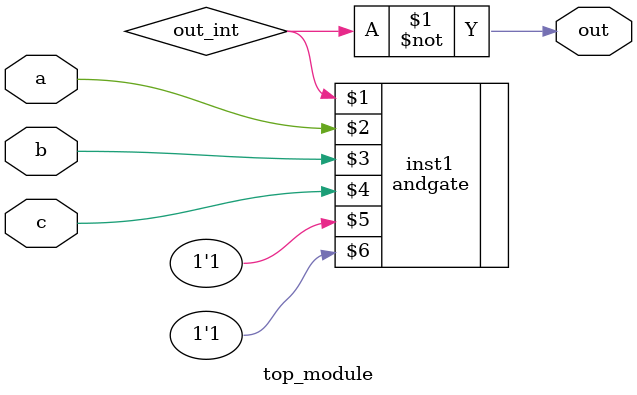
<source format=v>
module top_module (input a, input b, input c, output out);//
    
    wire out_int;
    
    assign out = ~out_int;

    andgate inst1 ( out_int, a, b, c, 1'b1, 1'b1 );

endmodule

</source>
